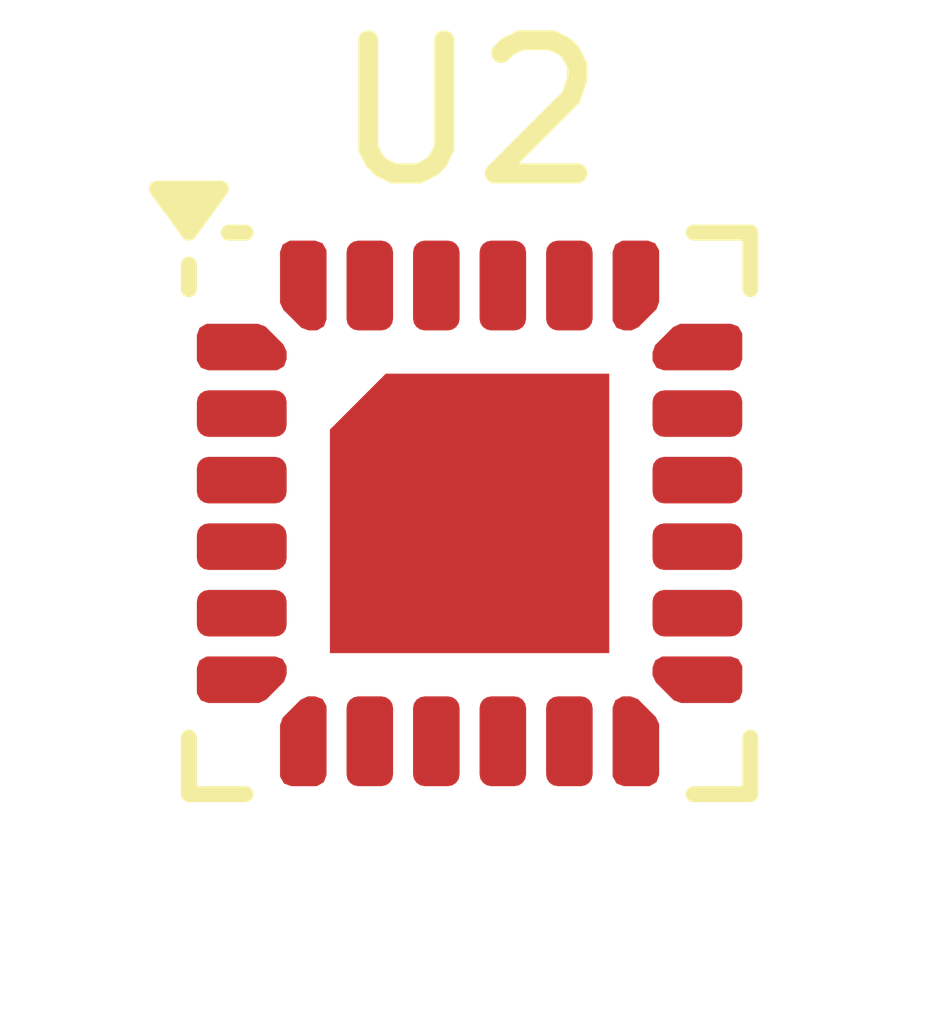
<source format=kicad_pcb>
(kicad_pcb (version 20240108) (generator "pcbnew") (generator_version "8.0")
  (layers (0 "F.Cu" signal) (31 "B.Cu" signal) (34 "B.Paste" user) (35 "F.Paste" user) (36 "B.SilkS" user "B.Silkscreen") (37 "F.SilkS" user "F.Silkscreen") (38 "B.Mask" user) (39 "F.Mask" user) (44 "Edge.Cuts" user))
  (net 0 "")
  (footprint "mipt:TQFN-24-1EP_4x4mm_P0.5mm_EP2.1x2.1mm" (layer "F.Cu") (at 47.2875 39.25)
    (property "Reference" "U2" (at 0 -3.01 0) (layer "F.SilkS"))
    (property "Value" "AW9523B")
    (fp_line (start -2.11 -1.685) (end -2.11 -1.87) (stroke (width 0.12)) (layer "F.SilkS"))
    (fp_line (start -2.11 2.11) (end -2.11 1.685) (stroke (width 0.12)) (layer "F.SilkS"))
    (fp_line (start -1.685 -2.11) (end -1.81 -2.11) (stroke (width 0.12)) (layer "F.SilkS"))
    (fp_line (start -1.685 2.11) (end -2.11 2.11) (stroke (width 0.12)) (layer "F.SilkS"))
    (fp_line (start 1.685 -2.11) (end 2.11 -2.11) (stroke (width 0.12)) (layer "F.SilkS"))
    (fp_line (start 1.685 2.11) (end 2.11 2.11) (stroke (width 0.12)) (layer "F.SilkS"))
    (fp_line (start 2.11 -2.11) (end 2.11 -1.685) (stroke (width 0.12)) (layer "F.SilkS"))
    (fp_line (start 2.11 2.11) (end 2.11 1.685) (stroke (width 0.12)) (layer "F.SilkS"))
    (fp_poly (pts (xy -2.11 -2.11) (xy -2.35 -2.44) (xy -1.87 -2.44) (xy -2.11 -2.11)) (stroke (width 0.12)) (fill solid) (layer "F.SilkS"))
    (pad "1" smd custom (at -1.7125 -1.25) (size 0.222721 0.222721) (layers "F.Cu" "F.Paste" "F.Mask") (options (clearance outline) (anchor circle)) (primitives (gr_poly (pts (xy -0.2525 -0.09) (xy 0.122292 -0.09) (xy 0.2525 0.040208) (xy 0.2525 0.09) (xy -0.2525 0.09)) (width 0.17) (fill yes))))
    (pad "2" smd roundrect (at -1.7125 -0.75) (size 0.675 0.35) (layers "F.Cu" "F.Paste" "F.Mask"))
    (pad "3" smd roundrect (at -1.7125 -0.25) (size 0.675 0.35) (layers "F.Cu" "F.Paste" "F.Mask"))
    (pad "4" smd roundrect (at -1.7125 0.25) (size 0.675 0.35) (layers "F.Cu" "F.Paste" "F.Mask"))
    (pad "5" smd roundrect (at -1.7125 0.75) (size 0.675 0.35) (layers "F.Cu" "F.Paste" "F.Mask"))
    (pad "6" smd custom (at -1.7125 1.25) (size 0.222721 0.222721) (layers "F.Cu" "F.Paste" "F.Mask") (options (clearance outline) (anchor circle)) (primitives (gr_poly (pts (xy -0.2525 -0.09) (xy 0.2525 -0.09) (xy 0.2525 -0.040208) (xy 0.122292 0.09) (xy -0.2525 0.09)) (width 0.17) (fill yes))))
    (pad "7" smd custom (at -1.25 1.7125) (size 0.222721 0.222721) (layers "F.Cu" "F.Paste" "F.Mask") (options (clearance outline) (anchor circle)) (primitives (gr_poly (pts (xy -0.09 -0.122292) (xy 0.040208 -0.2525) (xy 0.09 -0.2525) (xy 0.09 0.2525) (xy -0.09 0.2525)) (width 0.17) (fill yes))))
    (pad "8" smd roundrect (at -0.75 1.7125) (size 0.35 0.675) (layers "F.Cu" "F.Paste" "F.Mask"))
    (pad "9" smd roundrect (at -0.25 1.7125) (size 0.35 0.675) (layers "F.Cu" "F.Paste" "F.Mask"))
    (pad "10" smd roundrect (at 0.25 1.7125) (size 0.35 0.675) (layers "F.Cu" "F.Paste" "F.Mask"))
    (pad "11" smd roundrect (at 0.75 1.7125) (size 0.35 0.675) (layers "F.Cu" "F.Paste" "F.Mask"))
    (pad "12" smd custom (at 1.25 1.7125) (size 0.222721 0.222721) (layers "F.Cu" "F.Paste" "F.Mask") (options (clearance outline) (anchor circle)) (primitives (gr_poly (pts (xy -0.09 -0.2525) (xy -0.040208 -0.2525) (xy 0.09 -0.122292) (xy 0.09 0.2525) (xy -0.09 0.2525)) (width 0.17) (fill yes))))
    (pad "13" smd custom (at 1.7125 1.25) (size 0.222721 0.222721) (layers "F.Cu" "F.Paste" "F.Mask") (options (clearance outline) (anchor circle)) (primitives (gr_poly (pts (xy -0.2525 -0.09) (xy 0.2525 -0.09) (xy 0.2525 0.09) (xy -0.122292 0.09) (xy -0.2525 -0.040208)) (width 0.17) (fill yes))))
    (pad "14" smd roundrect (at 1.7125 0.75) (size 0.675 0.35) (layers "F.Cu" "F.Paste" "F.Mask"))
    (pad "15" smd roundrect (at 1.7125 0.25) (size 0.675 0.35) (layers "F.Cu" "F.Paste" "F.Mask"))
    (pad "16" smd roundrect (at 1.7125 -0.25) (size 0.675 0.35) (layers "F.Cu" "F.Paste" "F.Mask"))
    (pad "17" smd roundrect (at 1.7125 -0.75) (size 0.675 0.35) (layers "F.Cu" "F.Paste" "F.Mask"))
    (pad "18" smd custom (at 1.7125 -1.25) (size 0.222721 0.222721) (layers "F.Cu" "F.Paste" "F.Mask") (options (clearance outline) (anchor circle)) (primitives (gr_poly (pts (xy -0.2525 0.040208) (xy -0.122292 -0.09) (xy 0.2525 -0.09) (xy 0.2525 0.09) (xy -0.2525 0.09)) (width 0.17) (fill yes))))
    (pad "19" smd custom (at 1.25 -1.7125) (size 0.222721 0.222721) (layers "F.Cu" "F.Paste" "F.Mask") (options (clearance outline) (anchor circle)) (primitives (gr_poly (pts (xy -0.09 -0.2525) (xy 0.09 -0.2525) (xy 0.09 0.122292) (xy -0.040208 0.2525) (xy -0.09 0.2525)) (width 0.17) (fill yes))))
    (pad "20" smd roundrect (at 0.75 -1.7125) (size 0.35 0.675) (layers "F.Cu" "F.Paste" "F.Mask"))
    (pad "21" smd roundrect (at 0.25 -1.7125) (size 0.35 0.675) (layers "F.Cu" "F.Paste" "F.Mask"))
    (pad "22" smd roundrect (at -0.25 -1.7125) (size 0.35 0.675) (layers "F.Cu" "F.Paste" "F.Mask"))
    (pad "23" smd roundrect (at -0.75 -1.7125) (size 0.35 0.675) (layers "F.Cu" "F.Paste" "F.Mask"))
    (pad "24" smd custom (at -1.25 -1.7125) (size 0.222721 0.222721) (layers "F.Cu" "F.Paste" "F.Mask") (options (clearance outline) (anchor circle)) (primitives (gr_poly (pts (xy -0.09 -0.2525) (xy 0.09 -0.2525) (xy 0.09 0.2525) (xy 0.040208 0.2525) (xy -0.09 0.122292)) (width 0.17) (fill yes))))
    (pad "25" smd roundrect (at 0 0) (size 2.1 2.1) (property pad_prop_heatsink) (layers "F.Cu" "F.Mask") (roundrect_rratio 0) (chamfer_ratio 0.2) (chamfer top_left))
  )
)
</source>
